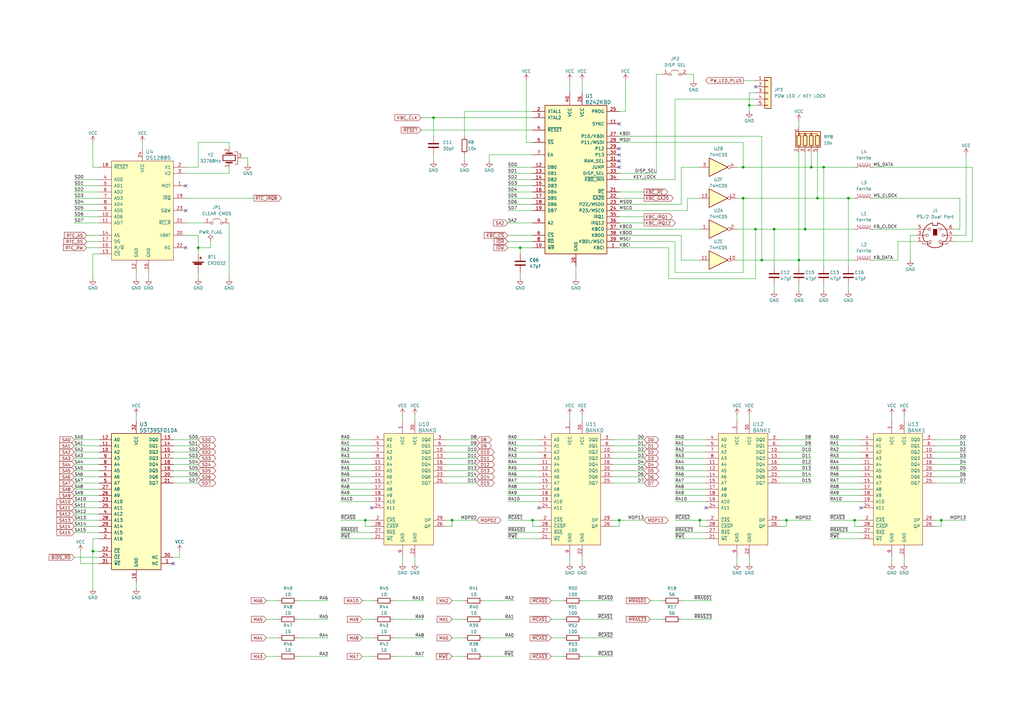
<source format=kicad_sch>
(kicad_sch (version 20211123) (generator eeschema)
  (paper "A3")
  (lib_symbols
    (symbol "74xx:74LS05" (pin_names (offset 1.016))
      (property "Reference" "U" (at 0 1.27 0))
      (property "Value" "74LS05" (at 0 -1.27 0))
      (symbol "74LS05_1_0"
        (pin input line (at -7.62 0 0) (length 3.81) (name "~") (number "1"))
        (pin open_collector inverted (at 7.62 0 180) (length 3.81) (name "~") (number "2"))
      )
      (symbol "74LS05_2_0"
        (pin input line (at -7.62 0 0) (length 3.81) (name "~") (number "3"))
        (pin open_collector inverted (at 7.62 0 180) (length 3.81) (name "~") (number "4"))
      )
      (symbol "74LS05_3_0"
        (pin input line (at -7.62 0 0) (length 3.81) (name "~") (number "5"))
        (pin open_collector inverted (at 7.62 0 180) (length 3.81) (name "~") (number "6"))
      )
      (symbol "74LS05_4_0"
        (pin open_collector inverted (at 7.62 0 180) (length 3.81) (name "~") (number "8"))
        (pin input line (at -7.62 0 0) (length 3.81) (name "~") (number "9"))
      )
      (symbol "74LS05_5_0"
        (pin open_collector inverted (at 7.62 0 180) (length 3.81) (name "~") (number "10"))
        (pin input line (at -7.62 0 0) (length 3.81) (name "~") (number "11"))
      )
      (symbol "74LS05_6_0"
        (pin open_collector inverted (at 7.62 0 180) (length 3.81) (name "~") (number "12"))
        (pin input line (at -7.62 0 0) (length 3.81) (name "~") (number "13"))
      )
      (symbol "74LS05_7_0"
        (pin power_in line (at 0 12.7 270) (length 5.08) (name "VCC") (number "14"))
        (pin power_in line (at 0 -12.7 90) (length 5.08) (name "GND") (number "7"))
      )
    )
    (symbol "Connector:Mini-DIN-6" (pin_names (offset 1.016))
      (property "Reference" "J" (at 0 6.35 0))
      (property "Value" "Mini-DIN-6" (at 0 -6.35 0))
      (symbol "Mini-DIN-6_1_1"
        (pin passive line (at 7.62 -2.54 180) (length 2.54) (name "~") (number "1"))
        (pin passive line (at -7.62 -2.54 0) (length 2.54) (name "~") (number "2"))
        (pin passive line (at 7.62 0 180) (length 2.54) (name "~") (number "3"))
        (pin passive line (at -7.62 0 0) (length 2.54) (name "~") (number "4"))
        (pin passive line (at 7.62 2.54 180) (length 2.54) (name "~") (number "5"))
        (pin passive line (at -7.62 2.54 0) (length 2.54) (name "~") (number "6"))
      )
    )
    (symbol "Connector_Generic:Conn_01x05" (pin_names (offset 1.016) hide)
      (property "Reference" "J" (at 0 7.62 0))
      (property "Value" "Conn_01x05" (at 0 -7.62 0))
      (symbol "Conn_01x05_1_1"
        (pin passive line (at -5.08 5.08 0) (length 3.81) (name "Pin_1") (number "1"))
        (pin passive line (at -5.08 2.54 0) (length 3.81) (name "Pin_2") (number "2"))
        (pin passive line (at -5.08 0 0) (length 3.81) (name "Pin_3") (number "3"))
        (pin passive line (at -5.08 -2.54 0) (length 3.81) (name "Pin_4") (number "4"))
        (pin passive line (at -5.08 -5.08 0) (length 3.81) (name "Pin_5") (number "5"))
      )
    )
    (symbol "Device:Battery_Cell" (pin_numbers hide) (pin_names (offset 0) hide)
      (property "Reference" "BT" (at 2.54 2.54 0))
      (property "Value" "Battery_Cell" (at 2.54 0 0))
      (symbol "Battery_Cell_1_1"
        (pin passive line (at 0 5.08 270) (length 2.54) (name "+") (number "1"))
        (pin passive line (at 0 -2.54 90) (length 2.54) (name "-") (number "2"))
      )
    )
    (symbol "Device:C" (pin_numbers hide) (pin_names (offset 0.254))
      (property "Reference" "C" (at 0.635 2.54 0))
      (property "Value" "C" (at 0.635 -2.54 0))
      (symbol "C_1_1"
        (pin passive line (at 0 3.81 270) (length 2.794) (name "~") (number "1"))
        (pin passive line (at 0 -3.81 90) (length 2.794) (name "~") (number "2"))
      )
    )
    (symbol "Device:Crystal_GND3" (pin_names (offset 1.016) hide)
      (property "Reference" "Y" (at 0 5.715 0))
      (property "Value" "Crystal_GND3" (at 0 3.81 0))
      (symbol "Crystal_GND3_1_1"
        (pin passive line (at -3.81 0 0) (length 1.27) (name "1") (number "1"))
        (pin passive line (at 3.81 0 180) (length 1.27) (name "2") (number "2"))
        (pin passive line (at 0 -5.08 90) (length 1.27) (name "3") (number "3"))
      )
    )
    (symbol "Device:L_Ferrite" (pin_numbers hide) (pin_names (offset 1.016) hide)
      (property "Reference" "L" (at -1.27 0 90))
      (property "Value" "L_Ferrite" (at 2.794 0 90))
      (symbol "L_Ferrite_1_1"
        (pin passive line (at 0 3.81 270) (length 1.27) (name "1") (number "1"))
        (pin passive line (at 0 -3.81 90) (length 1.27) (name "2") (number "2"))
      )
    )
    (symbol "Device:R" (pin_numbers hide) (pin_names (offset 0))
      (property "Reference" "R" (at 2.032 0 90))
      (property "Value" "R" (at 0 0 90))
      (symbol "R_1_1"
        (pin passive line (at 0 3.81 270) (length 1.27) (name "~") (number "1"))
        (pin passive line (at 0 -3.81 90) (length 1.27) (name "~") (number "2"))
      )
    )
    (symbol "Device:R_Network04" (pin_names (offset 0) hide)
      (property "Reference" "RN" (at -7.62 0 90))
      (property "Value" "R_Network04" (at 5.08 0 90))
      (symbol "R_Network04_1_1"
        (pin passive line (at -5.08 5.08 270) (length 2.54) (name "common") (number "1"))
        (pin passive line (at -5.08 -5.08 90) (length 1.27) (name "R1") (number "2"))
        (pin passive line (at -2.54 -5.08 90) (length 1.27) (name "R2") (number "3"))
        (pin passive line (at 0 -5.08 90) (length 1.27) (name "R3") (number "4"))
        (pin passive line (at 2.54 -5.08 90) (length 1.27) (name "R4") (number "5"))
      )
    )
    (symbol "Jumper:Jumper_2_Open" (pin_names (offset 0) hide)
      (property "Reference" "JP" (at 0 2.794 0))
      (property "Value" "Jumper_2_Open" (at 0 -2.286 0))
      (symbol "Jumper_2_Open_1_1"
        (pin passive line (at -5.08 0 0) (length 2.54) (name "A") (number "1"))
        (pin passive line (at 5.08 0 180) (length 2.54) (name "B") (number "2"))
      )
    )
    (symbol "my_components:8242KBD" (pin_names (offset 1.016))
      (property "Reference" "U" (at -12.7 34.29 0))
      (property "Value" "8242KBD" (at -12.7 31.75 0))
      (symbol "8242KBD_1_1"
        (pin input line (at 17.78 -27.94 180) (length 5.08) (name "KBCI") (number "1"))
        (pin input line (at -17.78 -27.94 0) (length 5.08) (name "~{WR}") (number "10"))
        (pin output line (at 17.78 22.86 180) (length 5.08) (name "SYNC") (number "11"))
        (pin tri_state line (at -17.78 5.08 0) (length 5.08) (name "DB0") (number "12"))
        (pin tri_state line (at -17.78 2.54 0) (length 5.08) (name "DB1") (number "13"))
        (pin tri_state line (at -17.78 0 0) (length 5.08) (name "DB2") (number "14"))
        (pin tri_state line (at -17.78 -2.54 0) (length 5.08) (name "DB3") (number "15"))
        (pin tri_state line (at -17.78 -5.08 0) (length 5.08) (name "DB4") (number "16"))
        (pin tri_state line (at -17.78 -7.62 0) (length 5.08) (name "DB5") (number "17"))
        (pin tri_state line (at -17.78 -10.16 0) (length 5.08) (name "DB6") (number "18"))
        (pin tri_state line (at -17.78 -12.7 0) (length 5.08) (name "DB7") (number "19"))
        (pin input line (at -17.78 27.94 0) (length 5.08) (name "XTAL1") (number "2"))
        (pin power_in line (at 0 -35.56 90) (length 5.08) (name "GND") (number "20"))
        (pin output line (at 17.78 -5.08 180) (length 5.08) (name "~{RC}") (number "21"))
        (pin output line (at 17.78 -7.62 180) (length 5.08) (name "~{GA20}") (number "22"))
        (pin output line (at 17.78 -10.16 180) (length 5.08) (name "P22/MSDO") (number "23"))
        (pin output line (at 17.78 -12.7 180) (length 5.08) (name "P23/MSCO") (number "24"))
        (pin input line (at 17.78 27.94 180) (length 5.08) (name "PROG") (number "25"))
        (pin power_in line (at 2.54 35.56 270) (length 5.08) (name "VCC") (number "26"))
        (pin input line (at 17.78 17.78 180) (length 5.08) (name "P10/KBDI") (number "27"))
        (pin input line (at 17.78 15.24 180) (length 5.08) (name "P11/MSDI") (number "28"))
        (pin bidirectional line (at 17.78 12.7 180) (length 5.08) (name "P12") (number "29"))
        (pin input line (at -17.78 25.4 0) (length 5.08) (name "XTAL2") (number "3"))
        (pin bidirectional line (at 17.78 10.16 180) (length 5.08) (name "P13") (number "30"))
        (pin input line (at 17.78 7.62 180) (length 5.08) (name "RAM_SEL") (number "31"))
        (pin input line (at 17.78 5.08 180) (length 5.08) (name "JUMP") (number "32"))
        (pin input line (at 17.78 2.54 180) (length 5.08) (name "DISP_SEL") (number "33"))
        (pin input line (at 17.78 0 180) (length 5.08) (name "~{KBD_INH}") (number "34"))
        (pin output line (at 17.78 -15.24 180) (length 5.08) (name "IRQ1") (number "35"))
        (pin output line (at 17.78 -17.78 180) (length 5.08) (name "IRQ12") (number "36"))
        (pin output line (at 17.78 -20.32 180) (length 5.08) (name "KBCO") (number "37"))
        (pin output line (at 17.78 -22.86 180) (length 5.08) (name "KBDO") (number "38"))
        (pin input line (at 17.78 -25.4 180) (length 5.08) (name "KBDI/MSCI") (number "39"))
        (pin input line (at -17.78 20.32 0) (length 5.08) (name "~{RESET}") (number "4"))
        (pin power_in line (at -2.54 35.56 270) (length 5.08) (name "VCC") (number "40"))
        (pin input line (at -17.78 15.24 0) (length 5.08) (name "~{SS}") (number "5"))
        (pin input line (at -17.78 -22.86 0) (length 5.08) (name "~{CS}") (number "6"))
        (pin input line (at -17.78 10.16 0) (length 5.08) (name "EA") (number "7"))
        (pin input line (at -17.78 -25.4 0) (length 5.08) (name "~{RD}") (number "8"))
        (pin input line (at -17.78 -17.78 0) (length 5.08) (name "A2") (number "9"))
      )
    )
    (symbol "my_components:Conn_SIMM30" (pin_names (offset 1.016))
      (property "Reference" "J" (at -11.43 26.67 0))
      (property "Value" "Conn_SIMM30" (at -11.43 24.13 0))
      (symbol "Conn_SIMM30_1_1"
        (pin power_in line (at -2.54 27.94 270) (length 5.08) (name "VCC") (number "1"))
        (pin tri_state line (at 15.24 15.24 180) (length 5.08) (name "DQ2") (number "10"))
        (pin input line (at -15.24 10.16 0) (length 5.08) (name "A4") (number "11"))
        (pin input line (at -15.24 7.62 0) (length 5.08) (name "A5") (number "12"))
        (pin tri_state line (at 15.24 12.7 180) (length 5.08) (name "DQ3") (number "13"))
        (pin input line (at -15.24 5.08 0) (length 5.08) (name "A6") (number "14"))
        (pin input line (at -15.24 2.54 0) (length 5.08) (name "A7") (number "15"))
        (pin tri_state line (at 15.24 10.16 180) (length 5.08) (name "DQ4") (number "16"))
        (pin input line (at -15.24 0 0) (length 5.08) (name "A8") (number "17"))
        (pin input line (at -15.24 -2.54 0) (length 5.08) (name "A9") (number "18"))
        (pin input line (at -15.24 -5.08 0) (length 5.08) (name "A10") (number "19"))
        (pin input line (at -15.24 -12.7 0) (length 5.08) (name "~{CAS}") (number "2"))
        (pin tri_state line (at 15.24 7.62 180) (length 5.08) (name "DQ5") (number "20"))
        (pin input line (at -15.24 -20.32 0) (length 5.08) (name "~{WE}") (number "21"))
        (pin power_in line (at 2.54 -27.94 90) (length 5.08) (name "GND") (number "22"))
        (pin tri_state line (at 15.24 5.08 180) (length 5.08) (name "DQ6") (number "23"))
        (pin input line (at -15.24 -7.62 0) (length 5.08) (name "A11") (number "24"))
        (pin tri_state line (at 15.24 2.54 180) (length 5.08) (name "DQ7") (number "25"))
        (pin tri_state line (at 15.24 -15.24 180) (length 5.08) (name "QP") (number "26"))
        (pin input line (at -15.24 -17.78 0) (length 5.08) (name "~{RAS}") (number "27"))
        (pin input line (at -15.24 -15.24 0) (length 5.08) (name "~{CASP}") (number "28"))
        (pin input line (at 15.24 -12.7 180) (length 5.08) (name "DP") (number "29"))
        (pin tri_state line (at 15.24 20.32 180) (length 5.08) (name "DQ0") (number "3"))
        (pin power_in line (at 2.54 27.94 270) (length 5.08) (name "VCC") (number "30"))
        (pin input line (at -15.24 20.32 0) (length 5.08) (name "A0") (number "4"))
        (pin input line (at -15.24 17.78 0) (length 5.08) (name "A1") (number "5"))
        (pin tri_state line (at 15.24 17.78 180) (length 5.08) (name "DQ1") (number "6"))
        (pin input line (at -15.24 15.24 0) (length 5.08) (name "A2") (number "7"))
        (pin input line (at -15.24 12.7 0) (length 5.08) (name "A3") (number "8"))
        (pin power_in line (at -2.54 -27.94 90) (length 5.08) (name "GND") (number "9"))
      )
    )
    (symbol "my_components:DS12885" (pin_names (offset 1.016))
      (property "Reference" "U" (at -12.7 22.86 0))
      (property "Value" "DS12885" (at -12.7 20.32 0))
      (symbol "DS12885_1_1"
        (pin input line (at 17.78 8.89 180) (length 5.08) (name "MOT") (number "1"))
        (pin bidirectional line (at -17.78 -3.81 0) (length 5.08) (name "AD6") (number "10"))
        (pin bidirectional line (at -17.78 -6.35 0) (length 5.08) (name "AD7") (number "11"))
        (pin power_in line (at -2.54 -26.67 90) (length 5.08) (name "GND") (number "12"))
        (pin input line (at -17.78 -19.05 0) (length 5.08) (name "~{CS}") (number "13"))
        (pin input line (at -17.78 -11.43 0) (length 5.08) (name "AS") (number "14"))
        (pin input line (at -17.78 -16.51 0) (length 5.08) (name "R/~{W}") (number "15"))
        (pin power_in line (at 2.54 -26.67 90) (length 5.08) (name "GND") (number "16"))
        (pin input line (at -17.78 -13.97 0) (length 5.08) (name "DS") (number "17"))
        (pin input line (at -17.78 16.51 0) (length 5.08) (name "~{RESET}") (number "18"))
        (pin output line (at 17.78 3.81 180) (length 5.08) (name "~{IRQ}") (number "19"))
        (pin input line (at 17.78 16.51 180) (length 5.08) (name "X1") (number "2"))
        (pin power_in line (at 17.78 -11.43 180) (length 5.08) (name "VBAT") (number "20"))
        (pin input line (at 17.78 -6.35 180) (length 5.08) (name "~{RCLR}") (number "21"))
        (pin input line (at 17.78 -16.51 180) (length 5.08) (name "NC") (number "22"))
        (pin input line (at 17.78 -1.27 180) (length 5.08) (name "SQW") (number "23"))
        (pin power_in line (at 0 24.13 270) (length 5.08) (name "VCC") (number "24"))
        (pin input line (at 17.78 13.97 180) (length 5.08) (name "X2") (number "3"))
        (pin bidirectional line (at -17.78 11.43 0) (length 5.08) (name "AD0") (number "4"))
        (pin bidirectional line (at -17.78 8.89 0) (length 5.08) (name "AD1") (number "5"))
        (pin bidirectional line (at -17.78 6.35 0) (length 5.08) (name "AD2") (number "6"))
        (pin bidirectional line (at -17.78 3.81 0) (length 5.08) (name "AD3") (number "7"))
        (pin bidirectional line (at -17.78 1.27 0) (length 5.08) (name "AD4") (number "8"))
        (pin bidirectional line (at -17.78 -1.27 0) (length 5.08) (name "AD5") (number "9"))
      )
    )
    (symbol "my_components:SST39SF010A" (pin_names (offset 1.016))
      (property "Reference" "U" (at -10.16 31.75 0))
      (property "Value" "SST39SF010A" (at -10.16 29.21 0))
      (symbol "SST39SF010A_1_1"
        (pin passive line (at 15.24 -25.4 180) (length 5.08) (name "NC") (number "1"))
        (pin input line (at -15.24 20.32 0) (length 5.08) (name "A2") (number "10"))
        (pin input line (at -15.24 22.86 0) (length 5.08) (name "A1") (number "11"))
        (pin input line (at -15.24 25.4 0) (length 5.08) (name "A0") (number "12"))
        (pin bidirectional line (at 15.24 25.4 180) (length 5.08) (name "DQ0") (number "13"))
        (pin bidirectional line (at 15.24 22.86 180) (length 5.08) (name "DQ1") (number "14"))
        (pin bidirectional line (at 15.24 20.32 180) (length 5.08) (name "DQ2") (number "15"))
        (pin power_in line (at 0 -33.02 90) (length 5.08) (name "GND") (number "16"))
        (pin bidirectional line (at 15.24 17.78 180) (length 5.08) (name "DQ3") (number "17"))
        (pin bidirectional line (at 15.24 15.24 180) (length 5.08) (name "DQ4") (number "18"))
        (pin bidirectional line (at 15.24 12.7 180) (length 5.08) (name "DQ5") (number "19"))
        (pin input line (at -15.24 -15.24 0) (length 5.08) (name "A16") (number "2"))
        (pin bidirectional line (at 15.24 10.16 180) (length 5.08) (name "DQ6") (number "20"))
        (pin bidirectional line (at 15.24 7.62 180) (length 5.08) (name "DQ7") (number "21"))
        (pin input line (at -15.24 -20.32 0) (length 5.08) (name "~{CE}") (number "22"))
        (pin input line (at -15.24 0 0) (length 5.08) (name "A10") (number "23"))
        (pin input line (at -15.24 -22.86 0) (length 5.08) (name "~{OE}") (number "24"))
        (pin input line (at -15.24 -2.54 0) (length 5.08) (name "A11") (number "25"))
        (pin input line (at -15.24 2.54 0) (length 5.08) (name "A9") (number "26"))
        (pin input line (at -15.24 5.08 0) (length 5.08) (name "A8") (number "27"))
        (pin input line (at -15.24 -7.62 0) (length 5.08) (name "A13") (number "28"))
        (pin input line (at -15.24 -10.16 0) (length 5.08) (name "A14") (number "29"))
        (pin input line (at -15.24 -12.7 0) (length 5.08) (name "A15") (number "3"))
        (pin passive line (at 15.24 -22.86 180) (length 5.08) (name "NC") (number "30"))
        (pin input line (at -15.24 -25.4 0) (length 5.08) (name "~{WE}") (number "31"))
        (pin power_in line (at 0 33.02 270) (length 5.08) (name "VCC") (number "32"))
        (pin input line (at -15.24 -5.08 0) (length 5.08) (name "A12") (number "4"))
        (pin input line (at -15.24 7.62 0) (length 5.08) (name "A7") (number "5"))
        (pin input line (at -15.24 10.16 0) (length 5.08) (name "A6") (number "6"))
        (pin input line (at -15.24 12.7 0) (length 5.08) (name "A5") (number "7"))
        (pin input line (at -15.24 15.24 0) (length 5.08) (name "A4") (number "8"))
        (pin input line (at -15.24 17.78 0) (length 5.08) (name "A3") (number "9"))
      )
    )
    (symbol "power:GND" (power) (pin_names (offset 0))
      (property "Value" "GND" (at 0 -3.81 0))
      (symbol "GND_1_1"
        (pin power_in line (at 0 0 270) (length 0) hide (name "GND") (number "1"))
      )
    )
    (symbol "power:PWR_FLAG" (power) (pin_numbers hide) (pin_names (offset 0) hide)
      (property "Value" "PWR_FLAG" (at 0 3.81 0))
      (symbol "PWR_FLAG_0_0"
        (pin power_out line (at 0 0 90) (length 0) (name "pwr") (number "1"))
      )
    )
    (symbol "power:VCC" (power) (pin_names (offset 0))
      (property "Value" "VCC" (at 0 3.81 0))
      (symbol "VCC_1_1"
        (pin power_in line (at 0 0 90) (length 0) hide (name "VCC") (number "1"))
      )
    )
  )
  (junction (at 327.66 106.68))
  (junction (at 177.8 48.26))
  (junction (at 38.1 226.06))
  (junction (at 330.2 93.98))
  (junction (at 309.88 93.98))
  (junction (at 307.34 43.18))
  (junction (at 254 213.36))
  (junction (at 312.42 106.68))
  (junction (at 185.42 213.36))
  (junction (at 304.8 81.28))
  (junction (at 213.36 101.6))
  (junction (at 304.8 68.58))
  (junction (at 81.28 101.6))
  (junction (at 332.74 68.58))
  (junction (at 350.52 213.36))
  (junction (at 386.08 213.36))
  (junction (at 335.28 81.28))
  (junction (at 287.02 213.36))
  (junction (at 347.98 81.28))
  (junction (at 218.44 213.36))
  (junction (at 322.58 213.36))
  (junction (at 337.82 68.58))
  (junction (at 149.86 213.36))
  (junction (at 317.5 93.98))
  (no_connect (at 76.2 101.6))
  (no_connect (at 289.56 208.28))
  (no_connect (at 353.06 208.28))
  (no_connect (at 76.2 86.36))
  (no_connect (at 76.2 76.2))
  (no_connect (at 152.4 208.28))
  (no_connect (at 71.12 231.14))
  (no_connect (at 309.88 35.56))
  (no_connect (at 254 50.8))
  (no_connect (at 254 68.58))
  (no_connect (at 254 66.04))
  (no_connect (at 254 63.5))
  (no_connect (at 254 60.96))
  (no_connect (at 220.98 208.28))
  (wire (pts (xy 317.5 116.84) (xy 317.5 119.38)))
  (wire (pts (xy 86.36 101.6) (xy 86.36 99.06)))
  (wire (pts (xy 76.2 71.12) (xy 93.98 71.12)))
  (wire (pts (xy 347.98 116.84) (xy 347.98 119.38)))
  (wire (pts (xy 172.72 53.34) (xy 218.44 53.34)))
  (wire (pts (xy 210.82 269.24) (xy 198.12 269.24)))
  (wire (pts (xy 38.1 220.98) (xy 38.1 226.06)))
  (wire (pts (xy 210.82 246.38) (xy 198.12 246.38)))
  (wire (pts (xy 148.59 254) (xy 153.67 254)))
  (wire (pts (xy 287.02 215.9) (xy 289.56 215.9)))
  (wire (pts (xy 30.48 203.2) (xy 40.64 203.2)))
  (wire (pts (xy 236.22 109.22) (xy 236.22 114.3)))
  (wire (pts (xy 391.16 96.52) (xy 396.24 96.52)))
  (wire (pts (xy 182.88 190.5) (xy 195.58 190.5)))
  (wire (pts (xy 340.36 193.04) (xy 353.06 193.04)))
  (wire (pts (xy 182.88 182.88) (xy 195.58 182.88)))
  (wire (pts (xy 30.48 185.42) (xy 40.64 185.42)))
  (wire (pts (xy 139.7 198.12) (xy 152.4 198.12)))
  (wire (pts (xy 251.46 195.58) (xy 264.16 195.58)))
  (wire (pts (xy 276.86 99.06) (xy 276.86 111.76)))
  (wire (pts (xy 254 88.9) (xy 264.16 88.9)))
  (wire (pts (xy 276.86 185.42) (xy 289.56 185.42)))
  (wire (pts (xy 218.44 215.9) (xy 220.98 215.9)))
  (wire (pts (xy 55.88 111.76) (xy 55.88 114.3)))
  (wire (pts (xy 73.66 226.06) (xy 73.66 228.6)))
  (wire (pts (xy 276.86 40.64) (xy 309.88 40.64)))
  (wire (pts (xy 307.34 38.1) (xy 307.34 43.18)))
  (wire (pts (xy 226.06 246.38) (xy 231.14 246.38)))
  (wire (pts (xy 30.48 187.96) (xy 40.64 187.96)))
  (wire (pts (xy 30.48 190.5) (xy 40.64 190.5)))
  (wire (pts (xy 383.54 180.34) (xy 396.24 180.34)))
  (wire (pts (xy 279.4 96.52) (xy 279.4 106.68)))
  (wire (pts (xy 322.58 215.9) (xy 322.58 213.36)))
  (wire (pts (xy 218.44 76.2) (xy 208.28 76.2)))
  (wire (pts (xy 340.36 200.66) (xy 353.06 200.66)))
  (wire (pts (xy 208.28 185.42) (xy 220.98 185.42)))
  (wire (pts (xy 76.2 68.58) (xy 81.28 68.58)))
  (wire (pts (xy 350.52 213.36) (xy 350.52 215.9)))
  (wire (pts (xy 398.78 99.06) (xy 391.16 99.06)))
  (wire (pts (xy 40.64 91.44) (xy 30.48 91.44)))
  (wire (pts (xy 340.36 220.98) (xy 353.06 220.98)))
  (wire (pts (xy 337.82 68.58) (xy 337.82 109.22)))
  (wire (pts (xy 40.64 83.82) (xy 30.48 83.82)))
  (wire (pts (xy 383.54 213.36) (xy 386.08 213.36)))
  (wire (pts (xy 35.56 101.6) (xy 40.64 101.6)))
  (wire (pts (xy 327.66 116.84) (xy 327.66 119.38)))
  (wire (pts (xy 302.26 170.18) (xy 302.26 172.72)))
  (wire (pts (xy 251.46 185.42) (xy 264.16 185.42)))
  (wire (pts (xy 279.4 68.58) (xy 287.02 68.58)))
  (wire (pts (xy 332.74 68.58) (xy 337.82 68.58)))
  (wire (pts (xy 226.06 261.62) (xy 231.14 261.62)))
  (wire (pts (xy 38.1 226.06) (xy 38.1 241.3)))
  (wire (pts (xy 304.8 68.58) (xy 302.26 68.58)))
  (wire (pts (xy 254 99.06) (xy 276.86 99.06)))
  (wire (pts (xy 330.2 62.23) (xy 330.2 93.98)))
  (wire (pts (xy 139.7 190.5) (xy 152.4 190.5)))
  (wire (pts (xy 320.04 198.12) (xy 332.74 198.12)))
  (wire (pts (xy 40.64 73.66) (xy 30.48 73.66)))
  (wire (pts (xy 40.64 68.58) (xy 38.1 68.58)))
  (wire (pts (xy 340.36 195.58) (xy 353.06 195.58)))
  (wire (pts (xy 327.66 49.53) (xy 327.66 52.07)))
  (wire (pts (xy 139.7 182.88) (xy 152.4 182.88)))
  (wire (pts (xy 35.56 99.06) (xy 40.64 99.06)))
  (wire (pts (xy 218.44 213.36) (xy 220.98 213.36)))
  (wire (pts (xy 276.86 182.88) (xy 289.56 182.88)))
  (wire (pts (xy 76.2 91.44) (xy 83.82 91.44)))
  (wire (pts (xy 254 91.44) (xy 264.16 91.44)))
  (wire (pts (xy 337.82 116.84) (xy 337.82 119.38)))
  (wire (pts (xy 165.1 228.6) (xy 165.1 231.14)))
  (wire (pts (xy 40.64 220.98) (xy 38.1 220.98)))
  (wire (pts (xy 173.99 261.62) (xy 161.29 261.62)))
  (wire (pts (xy 254 83.82) (xy 279.4 83.82)))
  (wire (pts (xy 218.44 86.36) (xy 208.28 86.36)))
  (wire (pts (xy 30.48 195.58) (xy 40.64 195.58)))
  (wire (pts (xy 173.99 269.24) (xy 161.29 269.24)))
  (wire (pts (xy 55.88 238.76) (xy 55.88 241.3)))
  (wire (pts (xy 30.48 213.36) (xy 40.64 213.36)))
  (wire (pts (xy 208.28 96.52) (xy 218.44 96.52)))
  (wire (pts (xy 208.28 195.58) (xy 220.98 195.58)))
  (wire (pts (xy 340.36 205.74) (xy 353.06 205.74)))
  (wire (pts (xy 335.28 62.23) (xy 335.28 81.28)))
  (wire (pts (xy 292.1 254) (xy 279.4 254)))
  (wire (pts (xy 370.84 170.18) (xy 370.84 172.72)))
  (wire (pts (xy 208.28 205.74) (xy 220.98 205.74)))
  (wire (pts (xy 185.42 261.62) (xy 190.5 261.62)))
  (wire (pts (xy 251.46 213.36) (xy 254 213.36)))
  (wire (pts (xy 71.12 193.04) (xy 81.28 193.04)))
  (wire (pts (xy 269.24 30.48) (xy 269.24 71.12)))
  (wire (pts (xy 320.04 193.04) (xy 332.74 193.04)))
  (wire (pts (xy 347.98 81.28) (xy 350.52 81.28)))
  (wire (pts (xy 233.68 170.18) (xy 233.68 172.72)))
  (wire (pts (xy 30.48 198.12) (xy 40.64 198.12)))
  (wire (pts (xy 340.36 180.34) (xy 353.06 180.34)))
  (wire (pts (xy 218.44 81.28) (xy 208.28 81.28)))
  (wire (pts (xy 292.1 246.38) (xy 279.4 246.38)))
  (wire (pts (xy 71.12 198.12) (xy 81.28 198.12)))
  (wire (pts (xy 218.44 71.12) (xy 208.28 71.12)))
  (wire (pts (xy 109.22 254) (xy 114.3 254)))
  (wire (pts (xy 40.64 76.2) (xy 30.48 76.2)))
  (wire (pts (xy 208.28 190.5) (xy 220.98 190.5)))
  (wire (pts (xy 71.12 180.34) (xy 81.28 180.34)))
  (wire (pts (xy 200.66 63.5) (xy 218.44 63.5)))
  (wire (pts (xy 347.98 81.28) (xy 347.98 109.22)))
  (wire (pts (xy 302.26 93.98) (xy 309.88 93.98)))
  (wire (pts (xy 30.48 210.82) (xy 40.64 210.82)))
  (wire (pts (xy 172.72 48.26) (xy 177.8 48.26)))
  (wire (pts (xy 340.36 185.42) (xy 353.06 185.42)))
  (wire (pts (xy 358.14 81.28) (xy 393.7 81.28)))
  (wire (pts (xy 251.46 182.88) (xy 264.16 182.88)))
  (wire (pts (xy 71.12 185.42) (xy 81.28 185.42)))
  (wire (pts (xy 81.28 96.52) (xy 81.28 101.6)))
  (wire (pts (xy 251.46 246.38) (xy 238.76 246.38)))
  (wire (pts (xy 60.96 111.76) (xy 60.96 114.3)))
  (wire (pts (xy 251.46 180.34) (xy 264.16 180.34)))
  (wire (pts (xy 276.86 205.74) (xy 289.56 205.74)))
  (wire (pts (xy 139.7 195.58) (xy 152.4 195.58)))
  (wire (pts (xy 149.86 213.36) (xy 152.4 213.36)))
  (wire (pts (xy 386.08 215.9) (xy 386.08 213.36)))
  (wire (pts (xy 233.68 33.02) (xy 233.68 38.1)))
  (wire (pts (xy 215.9 58.42) (xy 218.44 58.42)))
  (wire (pts (xy 276.86 187.96) (xy 289.56 187.96)))
  (wire (pts (xy 208.28 198.12) (xy 220.98 198.12)))
  (wire (pts (xy 330.2 93.98) (xy 350.52 93.98)))
  (wire (pts (xy 320.04 215.9) (xy 322.58 215.9)))
  (wire (pts (xy 254 215.9) (xy 251.46 215.9)))
  (wire (pts (xy 210.82 254) (xy 198.12 254)))
  (wire (pts (xy 279.4 106.68) (xy 287.02 106.68)))
  (wire (pts (xy 71.12 190.5) (xy 81.28 190.5)))
  (wire (pts (xy 148.59 246.38) (xy 153.67 246.38)))
  (wire (pts (xy 254 55.88) (xy 312.42 55.88)))
  (wire (pts (xy 340.36 198.12) (xy 353.06 198.12)))
  (wire (pts (xy 170.18 170.18) (xy 170.18 172.72)))
  (wire (pts (xy 340.36 203.2) (xy 353.06 203.2)))
  (wire (pts (xy 335.28 81.28) (xy 347.98 81.28)))
  (wire (pts (xy 185.42 213.36) (xy 195.58 213.36)))
  (wire (pts (xy 276.86 198.12) (xy 289.56 198.12)))
  (wire (pts (xy 134.62 254) (xy 121.92 254)))
  (wire (pts (xy 274.32 101.6) (xy 254 101.6)))
  (wire (pts (xy 309.88 93.98) (xy 317.5 93.98)))
  (wire (pts (xy 251.46 198.12) (xy 264.16 198.12)))
  (wire (pts (xy 99.06 64.77) (xy 101.6 64.77)))
  (wire (pts (xy 266.7 246.38) (xy 271.78 246.38)))
  (wire (pts (xy 139.7 193.04) (xy 152.4 193.04)))
  (wire (pts (xy 373.38 96.52) (xy 373.38 106.68)))
  (wire (pts (xy 173.99 246.38) (xy 161.29 246.38)))
  (wire (pts (xy 254 213.36) (xy 264.16 213.36)))
  (wire (pts (xy 182.88 193.04) (xy 195.58 193.04)))
  (wire (pts (xy 182.88 185.42) (xy 195.58 185.42)))
  (wire (pts (xy 139.7 187.96) (xy 152.4 187.96)))
  (wire (pts (xy 93.98 71.12) (xy 93.98 68.58)))
  (wire (pts (xy 208.28 220.98) (xy 220.98 220.98)))
  (wire (pts (xy 139.7 200.66) (xy 152.4 200.66)))
  (wire (pts (xy 30.48 200.66) (xy 40.64 200.66)))
  (wire (pts (xy 190.5 66.04) (xy 190.5 63.5)))
  (wire (pts (xy 208.28 180.34) (xy 220.98 180.34)))
  (wire (pts (xy 279.4 83.82) (xy 279.4 68.58)))
  (wire (pts (xy 309.88 93.98) (xy 309.88 114.3)))
  (wire (pts (xy 40.64 81.28) (xy 30.48 81.28)))
  (wire (pts (xy 383.54 198.12) (xy 396.24 198.12)))
  (wire (pts (xy 254 86.36) (xy 281.94 86.36)))
  (wire (pts (xy 182.88 180.34) (xy 195.58 180.34)))
  (wire (pts (xy 177.8 66.04) (xy 177.8 63.5)))
  (wire (pts (xy 109.22 246.38) (xy 114.3 246.38)))
  (wire (pts (xy 254 93.98) (xy 287.02 93.98)))
  (wire (pts (xy 254 73.66) (xy 276.86 73.66)))
  (wire (pts (xy 383.54 185.42) (xy 396.24 185.42)))
  (wire (pts (xy 233.68 228.6) (xy 233.68 231.14)))
  (wire (pts (xy 276.86 190.5) (xy 289.56 190.5)))
  (wire (pts (xy 71.12 195.58) (xy 81.28 195.58)))
  (wire (pts (xy 276.86 218.44) (xy 289.56 218.44)))
  (wire (pts (xy 200.66 63.5) (xy 200.66 66.04)))
  (wire (pts (xy 383.54 190.5) (xy 396.24 190.5)))
  (wire (pts (xy 148.59 261.62) (xy 153.67 261.62)))
  (wire (pts (xy 320.04 213.36) (xy 322.58 213.36)))
  (wire (pts (xy 185.42 254) (xy 190.5 254)))
  (wire (pts (xy 40.64 86.36) (xy 30.48 86.36)))
  (wire (pts (xy 254 96.52) (xy 279.4 96.52)))
  (wire (pts (xy 271.78 30.48) (xy 269.24 30.48)))
  (wire (pts (xy 251.46 193.04) (xy 264.16 193.04)))
  (wire (pts (xy 254 213.36) (xy 254 215.9)))
  (wire (pts (xy 276.86 200.66) (xy 289.56 200.66)))
  (wire (pts (xy 165.1 170.18) (xy 165.1 172.72)))
  (wire (pts (xy 139.7 213.36) (xy 149.86 213.36)))
  (wire (pts (xy 38.1 226.06) (xy 40.64 226.06)))
  (wire (pts (xy 350.52 213.36) (xy 353.06 213.36)))
  (wire (pts (xy 185.42 215.9) (xy 185.42 213.36)))
  (wire (pts (xy 81.28 101.6) (xy 81.28 104.14)))
  (wire (pts (xy 276.86 111.76) (xy 304.8 111.76)))
  (wire (pts (xy 38.1 58.42) (xy 38.1 68.58)))
  (wire (pts (xy 307.34 228.6) (xy 307.34 231.14)))
  (wire (pts (xy 190.5 55.88) (xy 190.5 45.72)))
  (wire (pts (xy 210.82 261.62) (xy 198.12 261.62)))
  (wire (pts (xy 383.54 182.88) (xy 396.24 182.88)))
  (wire (pts (xy 185.42 269.24) (xy 190.5 269.24)))
  (wire (pts (xy 327.66 106.68) (xy 327.66 109.22)))
  (wire (pts (xy 307.34 170.18) (xy 307.34 172.72)))
  (wire (pts (xy 182.88 215.9) (xy 185.42 215.9)))
  (wire (pts (xy 327.66 106.68) (xy 350.52 106.68)))
  (wire (pts (xy 208.28 91.44) (xy 218.44 91.44)))
  (wire (pts (xy 182.88 187.96) (xy 195.58 187.96)))
  (wire (pts (xy 332.74 62.23) (xy 332.74 68.58)))
  (wire (pts (xy 30.48 228.6) (xy 40.64 228.6)))
  (wire (pts (xy 375.92 96.52) (xy 373.38 96.52)))
  (wire (pts (xy 340.36 187.96) (xy 353.06 187.96)))
  (wire (pts (xy 309.88 114.3) (xy 274.32 114.3)))
  (wire (pts (xy 281.94 86.36) (xy 281.94 81.28)))
  (wire (pts (xy 340.36 213.36) (xy 350.52 213.36)))
  (wire (pts (xy 254 81.28) (xy 264.16 81.28)))
  (wire (pts (xy 215.9 33.02) (xy 215.9 58.42)))
  (wire (pts (xy 281.94 30.48) (xy 284.48 30.48)))
  (wire (pts (xy 383.54 193.04) (xy 396.24 193.04)))
  (wire (pts (xy 287.02 213.36) (xy 287.02 215.9)))
  (wire (pts (xy 182.88 198.12) (xy 195.58 198.12)))
  (wire (pts (xy 139.7 218.44) (xy 152.4 218.44)))
  (wire (pts (xy 40.64 88.9) (xy 30.48 88.9)))
  (wire (pts (xy 218.44 78.74) (xy 208.28 78.74)))
  (wire (pts (xy 30.48 215.9) (xy 40.64 215.9)))
  (wire (pts (xy 76.2 81.28) (xy 104.14 81.28)))
  (wire (pts (xy 213.36 101.6) (xy 218.44 101.6)))
  (wire (pts (xy 304.8 58.42) (xy 304.8 68.58)))
  (wire (pts (xy 139.7 203.2) (xy 152.4 203.2)))
  (wire (pts (xy 173.99 254) (xy 161.29 254)))
  (wire (pts (xy 350.52 215.9) (xy 353.06 215.9)))
  (wire (pts (xy 340.36 218.44) (xy 353.06 218.44)))
  (wire (pts (xy 185.42 246.38) (xy 190.5 246.38)))
  (wire (pts (xy 320.04 185.42) (xy 332.74 185.42)))
  (wire (pts (xy 304.8 33.02) (xy 309.88 33.02)))
  (wire (pts (xy 269.24 71.12) (xy 254 71.12)))
  (wire (pts (xy 276.86 193.04) (xy 289.56 193.04)))
  (wire (pts (xy 139.7 180.34) (xy 152.4 180.34)))
  (wire (pts (xy 365.76 228.6) (xy 365.76 231.14)))
  (wire (pts (xy 208.28 99.06) (xy 218.44 99.06)))
  (wire (pts (xy 337.82 68.58) (xy 350.52 68.58)))
  (wire (pts (xy 208.28 101.6) (xy 213.36 101.6)))
  (wire (pts (xy 251.46 187.96) (xy 264.16 187.96)))
  (wire (pts (xy 81.28 68.58) (xy 81.28 58.42)))
  (wire (pts (xy 368.3 106.68) (xy 368.3 99.06)))
  (wire (pts (xy 251.46 190.5) (xy 264.16 190.5)))
  (wire (pts (xy 30.48 208.28) (xy 40.64 208.28)))
  (wire (pts (xy 101.6 64.77) (xy 101.6 67.31)))
  (wire (pts (xy 281.94 81.28) (xy 287.02 81.28)))
  (wire (pts (xy 134.62 261.62) (xy 121.92 261.62)))
  (wire (pts (xy 358.14 106.68) (xy 368.3 106.68)))
  (wire (pts (xy 218.44 68.58) (xy 208.28 68.58)))
  (wire (pts (xy 208.28 218.44) (xy 220.98 218.44)))
  (wire (pts (xy 190.5 45.72) (xy 218.44 45.72)))
  (wire (pts (xy 218.44 73.66) (xy 208.28 73.66)))
  (wire (pts (xy 340.36 190.5) (xy 353.06 190.5)))
  (wire (pts (xy 383.54 195.58) (xy 396.24 195.58)))
  (wire (pts (xy 30.48 218.44) (xy 40.64 218.44)))
  (wire (pts (xy 238.76 33.02) (xy 238.76 38.1)))
  (wire (pts (xy 139.7 205.74) (xy 152.4 205.74)))
  (wire (pts (xy 251.46 269.24) (xy 238.76 269.24)))
  (wire (pts (xy 208.28 213.36) (xy 218.44 213.36)))
  (wire (pts (xy 30.48 182.88) (xy 40.64 182.88)))
  (wire (pts (xy 109.22 261.62) (xy 114.3 261.62)))
  (wire (pts (xy 358.14 93.98) (xy 375.92 93.98)))
  (wire (pts (xy 218.44 213.36) (xy 218.44 215.9)))
  (wire (pts (xy 71.12 228.6) (xy 73.66 228.6)))
  (wire (pts (xy 274.32 114.3) (xy 274.32 101.6)))
  (wire (pts (xy 213.36 101.6) (xy 213.36 104.14)))
  (wire (pts (xy 134.62 269.24) (xy 121.92 269.24)))
  (wire (pts (xy 276.86 195.58) (xy 289.56 195.58)))
  (wire (pts (xy 182.88 195.58) (xy 195.58 195.58)))
  (wire (pts (xy 71.12 187.96) (xy 81.28 187.96)))
  (wire (pts (xy 33.02 226.06) (xy 33.02 231.14)))
  (wire (pts (xy 226.06 254) (xy 231.14 254)))
  (wire (pts (xy 320.04 187.96) (xy 332.74 187.96)))
  (wire (pts (xy 309.88 38.1) (xy 307.34 38.1)))
  (wire (pts (xy 304.8 81.28) (xy 335.28 81.28)))
  (wire (pts (xy 327.66 62.23) (xy 327.66 106.68)))
  (wire (pts (xy 383.54 187.96) (xy 396.24 187.96)))
  (wire (pts (xy 251.46 261.62) (xy 238.76 261.62)))
  (wire (pts (xy 307.34 43.18) (xy 307.34 45.72)))
  (wire (pts (xy 81.28 101.6) (xy 86.36 101.6)))
  (wire (pts (xy 40.64 78.74) (xy 30.48 78.74)))
  (wire (pts (xy 317.5 93.98) (xy 330.2 93.98)))
  (wire (pts (xy 254 78.74) (xy 264.16 78.74)))
  (wire (pts (xy 213.36 114.3) (xy 213.36 111.76)))
  (wire (pts (xy 40.64 104.14) (xy 38.1 104.14)))
  (wire (pts (xy 307.34 43.18) (xy 309.88 43.18)))
  (wire (pts (xy 109.22 269.24) (xy 114.3 269.24)))
  (wire (pts (xy 266.7 254) (xy 271.78 254)))
  (wire (pts (xy 38.1 114.3) (xy 38.1 104.14)))
  (wire (pts (xy 170.18 228.6) (xy 170.18 231.14)))
  (wire (pts (xy 71.12 182.88) (xy 81.28 182.88)))
  (wire (pts (xy 276.86 220.98) (xy 289.56 220.98)))
  (wire (pts (xy 139.7 185.42) (xy 152.4 185.42)))
  (wire (pts (xy 365.76 170.18) (xy 365.76 172.72)))
  (wire (pts (xy 383.54 215.9) (xy 386.08 215.9)))
  (wire (pts (xy 81.28 58.42) (xy 93.98 58.42)))
  (wire (pts (xy 93.98 58.42) (xy 93.98 60.96)))
  (wire (pts (xy 320.04 195.58) (xy 332.74 195.58)))
  (wire (pts (xy 139.7 220.98) (xy 152.4 220.98)))
  (wire (pts (xy 276.86 213.36) (xy 287.02 213.36)))
  (wire (pts (xy 276.86 180.34) (xy 289.56 180.34)))
  (wire (pts (xy 81.28 111.76) (xy 81.28 114.3)))
  (wire (pts (xy 208.28 200.66) (xy 220.98 200.66)))
  (wire (pts (xy 287.02 213.36) (xy 289.56 213.36)))
  (wire (pts (xy 340.36 182.88) (xy 353.06 182.88)))
  (wire (pts (xy 312.42 106.68) (xy 327.66 106.68)))
  (wire (pts (xy 218.44 83.82) (xy 208.28 83.82)))
  (wire (pts (xy 320.04 190.5) (xy 332.74 190.5)))
  (wire (pts (xy 386.08 213.36) (xy 396.24 213.36)))
  (wire (pts (xy 358.14 68.58) (xy 398.78 68.58)))
  (wire (pts (xy 58.42 58.42) (xy 58.42 60.96)))
  (wire (pts (xy 320.04 182.88) (xy 332.74 182.88)))
  (wire (pts (xy 304.8 81.28) (xy 302.26 81.28)))
  (wire (pts (xy 55.88 170.18) (xy 55.88 172.72)))
  (wire (pts (xy 396.24 63.5) (xy 396.24 96.52)))
  (wire (pts (xy 177.8 48.26) (xy 218.44 48.26)))
  (wire (pts (xy 30.48 180.34) (xy 40.64 180.34)))
  (wire (pts (xy 398.78 68.58) (xy 398.78 99.06)))
  (wire (pts (xy 76.2 96.52) (xy 81.28 96.52)))
  (wire (pts (xy 208.28 182.88) (xy 220.98 182.88)))
  (wire (pts (xy 208.28 187.96) (xy 220.98 187.96)))
  (wire (pts (xy 276.86 203.2) (xy 289.56 203.2)))
  (wire (pts (xy 317.5 93.98) (xy 317.5 109.22)))
  (wire (pts (xy 304.8 81.28) (xy 304.8 111.76)))
  (wire (pts (xy 304.8 68.58) (xy 332.74 68.58)))
  (wire (pts (xy 251.46 254) (xy 238.76 254)))
  (wire (pts (xy 320.04 180.34) (xy 332.74 180.34)))
  (wire (pts (xy 30.48 205.74) (xy 40.64 205.74)))
  (wire (pts (xy 256.54 33.02) (xy 256.54 45.72)))
  (wire (pts (xy 370.84 228.6) (xy 370.84 231.14)))
  (wire (pts (xy 208.28 193.04) (xy 220.98 193.04)))
  (wire (pts (xy 302.26 228.6) (xy 302.26 231.14)))
  (wire (pts (xy 322.58 213.36) (xy 332.74 213.36)))
  (wire (pts (xy 254 58.42) (xy 304.8 58.42)))
  (wire (pts (xy 276.86 73.66) (xy 276.86 40.64)))
  (wire (pts (xy 40.64 231.14) (xy 33.02 231.14)))
  (wire (pts (xy 149.86 213.36) (xy 149.86 215.9)))
  (wire (pts (xy 208.28 203.2) (xy 220.98 203.2)))
  (wire (pts (xy 30.48 193.04) (xy 40.64 193.04)))
  (wire (pts (xy 238.76 228.6) (xy 238.76 231.14)))
  (wire (pts (xy 393.7 93.98) (xy 391.16 93.98)))
  (wire (pts (xy 284.48 30.48) (xy 284.48 33.02)))
  (wire (pts (xy 134.62 246.38) (xy 121.92 246.38)))
  (wire (pts (xy 238.76 170.18) (xy 238.76 172.72)))
  (wire (pts (xy 368.3 99.06) (xy 375.92 99.06)))
  (wire (pts (xy 256.54 45.72) (xy 254 45.72)))
  (wire (pts (xy 93.98 91.44) (xy 93.98 114.3)))
  (wire (pts (xy 177.8 48.26) (xy 177.8 55.88)))
  (wire (pts (xy 35.56 96.52) (xy 40.64 96.52)))
  (wire (pts (xy 302.26 106.68) (xy 312.42 106.68)))
  (wire (pts (xy 148.59 269.24) (xy 153.67 269.24)))
  (wire (pts (xy 226.06 269.24) (xy 231.14 269.24)))
  (wire (pts (xy 149.86 215.9) (xy 152.4 215.9)))
  (wire (pts (xy 182.88 213.36) (xy 185.42 213.36)))
  (wire (pts (xy 393.7 81.28) (xy 393.7 93.98)))
  (wire (pts (xy 312.42 55.88) (xy 312.42 106.68)))
  (label "D12" (at 332.74 190.5 180))
  (label "KBCO" (at 254 93.98 0))
  (label "RA6" (at 208.28 195.58 0))
  (label "RA2" (at 210.82 246.38 180))
  (label "RA9" (at 173.99 254 180))
  (label "RA5" (at 340.36 193.04 0))
  (label "RA10" (at 340.36 205.74 0))
  (label "RA9" (at 208.28 203.2 0))
  (label "D2" (at 264.16 185.42 180))
  (label "RA7" (at 340.36 198.12 0))
  (label "D9" (at 195.58 182.88 180))
  (label "SA14" (at 30.48 215.9 0))
  (label "SD0" (at 81.28 180.34 180))
  (label "RA5" (at 134.62 254 180))
  (label "D10" (at 332.74 185.42 180))
  (label "RA3" (at 276.86 187.96 0))
  (label "RA10" (at 276.86 205.74 0))
  (label "SD3" (at 81.28 187.96 180))
  (label "RA7" (at 173.99 269.24 180))
  (label "RA1" (at 340.36 182.88 0))
  (label "D14" (at 332.74 195.58 180))
  (label "~{RRAS23}" (at 276.86 218.44 0))
  (label "RA8" (at 173.99 261.62 180))
  (label "SA1" (at 30.48 182.88 0))
  (label "KBDI" (at 254 55.88 0))
  (label "RA1" (at 210.82 254 180))
  (label "RA7" (at 208.28 198.12 0))
  (label "RA5" (at 208.28 193.04 0))
  (label "~{RRAS01}" (at 208.28 218.44 0))
  (label "RA10" (at 173.99 246.38 180))
  (label "SD2" (at 81.28 185.42 180))
  (label "SD7" (at 30.48 91.44 0))
  (label "D9" (at 332.74 182.88 180))
  (label "RA0" (at 208.28 180.34 0))
  (label "MDP02" (at 332.74 213.36 180))
  (label "SA2" (at 30.48 185.42 0))
  (label "RA6" (at 340.36 195.58 0))
  (label "MDP02" (at 195.58 213.36 180))
  (label "MDP13" (at 264.16 213.36 180))
  (label "RA10" (at 139.7 205.74 0))
  (label "RA4" (at 134.62 261.62 180))
  (label "D0" (at 264.16 180.34 180))
  (label "SA12" (at 30.48 210.82 0))
  (label "SA10" (at 30.48 205.74 0))
  (label "~{RCAS3}" (at 251.46 269.24 180))
  (label "RA2" (at 340.36 185.42 0))
  (label "~{RCAS0}" (at 139.7 213.36 0))
  (label "D15" (at 195.58 198.12 180))
  (label "SD6" (at 208.28 83.82 0))
  (label "RA9" (at 340.36 203.2 0))
  (label "RA3" (at 340.36 187.96 0))
  (label "SD5" (at 30.48 86.36 0))
  (label "~{RCAS0}" (at 251.46 246.38 180))
  (label "RA8" (at 276.86 200.66 0))
  (label "MS_CLOCK" (at 358.14 81.28 0))
  (label "~{RCAS1}" (at 251.46 254 180))
  (label "RA0" (at 276.86 180.34 0))
  (label "RA6" (at 139.7 195.58 0))
  (label "MSC0" (at 254 86.36 0))
  (label "SA15" (at 30.48 218.44 0))
  (label "~{RWE}" (at 210.82 269.24 180))
  (label "SD4" (at 208.28 78.74 0))
  (label "KB_CLOCK" (at 358.14 93.98 0))
  (label "RA0" (at 340.36 180.34 0))
  (label "SD7" (at 208.28 86.36 0))
  (label "D11" (at 195.58 187.96 180))
  (label "RA7" (at 139.7 198.12 0))
  (label "RA2" (at 208.28 185.42 0))
  (label "~{RRAS23}" (at 292.1 254 180))
  (label "SA2" (at 208.28 91.44 0))
  (label "RA1" (at 208.28 182.88 0))
  (label "D15" (at 332.74 198.12 180))
  (label "SD0" (at 208.28 68.58 0))
  (label "RA9" (at 276.86 203.2 0))
  (label "MS_DATA" (at 358.14 68.58 0))
  (label "D1" (at 396.24 182.88 180))
  (label "SA8" (at 30.48 200.66 0))
  (label "RA10" (at 208.28 205.74 0))
  (label "~{RCAS2}" (at 251.46 261.62 180))
  (label "SD1" (at 30.48 76.2 0))
  (label "~{RCAS3}" (at 340.36 213.36 0))
  (label "~{RWE}" (at 208.28 220.98 0))
  (label "D1" (at 264.16 182.88 180))
  (label "~{RRAS01}" (at 139.7 218.44 0))
  (label "SA6" (at 30.48 195.58 0))
  (label "RA3" (at 139.7 187.96 0))
  (label "SD3" (at 30.48 81.28 0))
  (label "D6" (at 396.24 195.58 180))
  (label "SA11" (at 30.48 208.28 0))
  (label "RA5" (at 139.7 193.04 0))
  (label "SD3" (at 208.28 76.2 0))
  (label "SD6" (at 30.48 88.9 0))
  (label "D8" (at 195.58 180.34 180))
  (label "KEY_LOCK" (at 269.24 73.66 180))
  (label "D4" (at 264.16 190.5 180))
  (label "D2" (at 396.24 185.42 180))
  (label "RA1" (at 276.86 182.88 0))
  (label "RA4" (at 276.86 190.5 0))
  (label "RA8" (at 208.28 200.66 0))
  (label "SA4" (at 30.48 190.5 0))
  (label "D5" (at 264.16 193.04 180))
  (label "KB_DATA" (at 358.14 106.68 0))
  (label "D3" (at 264.16 187.96 180))
  (label "SD6" (at 81.28 195.58 180))
  (label "SA5" (at 30.48 193.04 0))
  (label "SD7" (at 81.28 198.12 180))
  (label "SA13" (at 30.48 213.36 0))
  (label "SD5" (at 208.28 81.28 0))
  (label "SA0" (at 30.48 180.34 0))
  (label "KBDO" (at 254 96.52 0))
  (label "RA8" (at 139.7 200.66 0))
  (label "~{RCAS2}" (at 276.86 213.36 0))
  (label "KBCI" (at 254 101.6 0))
  (label "RA8" (at 340.36 200.66 0))
  (label "SD4" (at 30.48 83.82 0))
  (label "MSDI" (at 254 58.42 0))
  (label "SD4" (at 81.28 190.5 180))
  (label "~{RRAS23}" (at 340.36 218.44 0))
  (label "MDP13" (at 396.24 213.36 180))
  (label "~{RWE}" (at 139.7 220.98 0))
  (label "RA0" (at 139.7 180.34 0))
  (label "RA0" (at 210.82 261.62 180))
  (label "MSCI" (at 254 99.06 0))
  (label "SD2" (at 208.28 73.66 0))
  (label "SD5" (at 81.28 193.04 180))
  (label "~{RWE}" (at 340.36 220.98 0))
  (label "D4" (at 396.24 190.5 180))
  (label "SD0" (at 30.48 73.66 0))
  (label "RA4" (at 208.28 190.5 0))
  (label "SD2" (at 30.48 78.74 0))
  (label "RA9" (at 139.7 203.2 0))
  (label "D13" (at 332.74 193.04 180))
  (label "~{RRAS01}" (at 292.1 246.38 180))
  (label "~{RCAS1}" (at 208.28 213.36 0))
  (label "RA3" (at 208.28 187.96 0))
  (label "SD1" (at 81.28 182.88 180))
  (label "MSD0" (at 254 83.82 0))
  (label "RA6" (at 134.62 246.38 180))
  (label "D11" (at 332.74 187.96 180))
  (label "RA4" (at 139.7 190.5 0))
  (label "D6" (at 264.16 195.58 180))
  (label "RA7" (at 276.86 198.12 0))
  (label "D0" (at 396.24 180.34 180))
  (label "D12" (at 195.58 190.5 180))
  (label "DISP_SEL" (at 269.24 71.12 180))
  (label "RA1" (at 139.7 182.88 0))
  (label "SA9" (at 30.48 203.2 0))
  (label "D10" (at 195.58 185.42 180))
  (label "RA4" (at 340.36 190.5 0))
  (label "RA6" (at 276.86 195.58 0))
  (label "D5" (at 396.24 193.04 180))
  (label "SA3" (at 30.48 187.96 0))
  (label "~{RWE}" (at 276.86 220.98 0))
  (label "D14" (at 195.58 195.58 180))
  (label "D3" (at 396.24 187.96 180))
  (label "RA3" (at 134.62 269.24 180))
  (label "D13" (at 195.58 193.04 180))
  (label "D8" (at 332.74 180.34 180))
  (label "SA7" (at 30.48 198.12 0))
  (label "RA2" (at 139.7 185.42 0))
  (label "D7" (at 396.24 198.12 180))
  (label "RA5" (at 276.86 193.04 0))
  (label "SD1" (at 208.28 71.12 0))
  (label "RA2" (at 276.86 185.42 0))
  (label "D7" (at 264.16 198.12 180))
  (global_label "SD5" (shape tri_state) (at 81.28 193.04 0) (property "Intersheet References" "${INTERSHEET_REFS}" (effects hide)))
  (global_label "~{MRAS01}" (shape input) (at 266.7 246.38 180) (property "Intersheet References" "${INTERSHEET_REFS}" (effects hide)))
  (global_label "D15" (shape tri_state) (at 195.58 198.12 0) (property "Intersheet References" "${INTERSHEET_REFS}" (effects hide)))
  (global_label "~{RESET}" (shape input) (at 172.72 53.34 180) (property "Intersheet References" "${INTERSHEET_REFS}" (effects hide)))
  (global_label "D9" (shape tri_state) (at 195.58 182.88 0) (property "Intersheet References" "${INTERSHEET_REFS}" (effects hide)))
  (global_label "SD0" (shape tri_state) (at 81.28 180.34 0) (property "Intersheet References" "${INTERSHEET_REFS}" (effects hide)))
  (global_label "SA15" (shape input) (at 30.48 218.44 180) (property "Intersheet References" "${INTERSHEET_REFS}" (effects hide)))
  (global_label "SA6" (shape input) (at 30.48 195.58 180) (property "Intersheet References" "${INTERSHEET_REFS}" (effects hide)))
  (global_label "SA2" (shape input) (at 208.28 91.44 180) (property "Intersheet References" "${INTERSHEET_REFS}" (effects hide)))
  (global_label "RTC_RW" (shape input) (at 35.56 101.6 180) (property "Intersheet References" "${INTERSHEET_REFS}" (effects hide)))
  (global_label "KBC_IRQ1" (shape output) (at 264.16 88.9 0) (property "Intersheet References" "${INTERSHEET_REFS}" (effects hide)))
  (global_label "D3" (shape tri_state) (at 264.16 187.96 0) (property "Intersheet References" "${INTERSHEET_REFS}" (effects hide)))
  (global_label "~{IOR}" (shape input) (at 208.28 99.06 180) (property "Intersheet References" "${INTERSHEET_REFS}" (effects hide)))
  (global_label "~{MCAS1}" (shape input) (at 226.06 254 180) (property "Intersheet References" "${INTERSHEET_REFS}" (effects hide)))
  (global_label "D2" (shape tri_state) (at 264.16 185.42 0) (property "Intersheet References" "${INTERSHEET_REFS}" (effects hide)))
  (global_label "MA6" (shape input) (at 109.22 246.38 180) (property "Intersheet References" "${INTERSHEET_REFS}" (effects hide)))
  (global_label "SA2" (shape input) (at 30.48 185.42 180) (property "Intersheet References" "${INTERSHEET_REFS}" (effects hide)))
  (global_label "SD6" (shape tri_state) (at 81.28 195.58 0) (property "Intersheet References" "${INTERSHEET_REFS}" (effects hide)))
  (global_label "~{BIOS_RD}" (shape input) (at 30.48 228.6 180) (property "Intersheet References" "${INTERSHEET_REFS}" (effects hide)))
  (global_label "SA10" (shape input) (at 30.48 205.74 180) (property "Intersheet References" "${INTERSHEET_REFS}" (effects hide)))
  (global_label "~{RTC_IRQ8}" (shape output) (at 104.14 81.28 0) (property "Intersheet References" "${INTERSHEET_REFS}" (effects hide)))
  (global_label "D12" (shape tri_state) (at 195.58 190.5 0) (property "Intersheet References" "${INTERSHEET_REFS}" (effects hide)))
  (global_label "RTC_AS" (shape input) (at 35.56 96.52 180) (property "Intersheet References" "${INTERSHEET_REFS}" (effects hide)))
  (global_label "SA0" (shape input) (at 30.48 180.34 180) (property "Intersheet References" "${INTERSHEET_REFS}" (effects hide)))
  (global_label "~{IOW}" (shape input) (at 208.28 101.6 180) (property "Intersheet References" "${INTERSHEET_REFS}" (effects hide)))
  (global_label "SA11" (shape input) (at 30.48 208.28 180) (property "Intersheet References" "${INTERSHEET_REFS}" (effects hide)))
  (global_label "PW_LED_PLUS" (shape output) (at 304.8 33.02 180) (property "Intersheet References" "${INTERSHEET_REFS}" (effects hide)))
  (global_label "D7" (shape tri_state) (at 264.16 198.12 0) (property "Intersheet References" "${INTERSHEET_REFS}" (effects hide)))
  (global_label "D6" (shape tri_state) (at 264.16 195.58 0) (property "Intersheet References" "${INTERSHEET_REFS}" (effects hide)))
  (global_label "MA2" (shape input) (at 185.42 246.38 180) (property "Intersheet References" "${INTERSHEET_REFS}" (effects hide)))
  (global_label "MA1" (shape input) (at 185.42 254 180) (property "Intersheet References" "${INTERSHEET_REFS}" (effects hide)))
  (global_label "MDP13" (shape tri_state) (at 264.16 213.36 0) (property "Intersheet References" "${INTERSHEET_REFS}" (effects hide)))
  (global_label "D5" (shape tri_state) (at 264.16 193.04 0) (property "Intersheet References" "${INTERSHEET_REFS}" (effects hide)))
  (global_label "D11" (shape tri_state) (at 195.58 187.96 0) (property "Intersheet References" "${INTERSHEET_REFS}" (effects hide)))
  (global_label "D0" (shape tri_state) (at 264.16 180.34 0) (property "Intersheet References" "${INTERSHEET_REFS}" (effects hide)))
  (global_label "~{MRAS23}" (shape input) (at 266.7 254 180) (property "Intersheet References" "${INTERSHEET_REFS}" (effects hide)))
  (global_label "MA3" (shape input) (at 109.22 269.24 180) (property "Intersheet References" "${INTERSHEET_REFS}" (effects hide)))
  (global_label "SA13" (shape input) (at 30.48 213.36 180) (property "Intersheet References" "${INTERSHEET_REFS}" (effects hide)))
  (global_label "MA9" (shape input) (at 148.59 254 180) (property "Intersheet References" "${INTERSHEET_REFS}" (effects hide)))
  (global_label "SA3" (shape input) (at 30.48 187.96 180) (property "Intersheet References" "${INTERSHEET_REFS}" (effects hide)))
  (global_label "D14" (shape tri_state) (at 195.58 195.58 0) (property "Intersheet References" "${INTERSHEET_REFS}" (effects hide)))
  (global_label "SA14" (shape input) (at 30.48 215.9 180) (property "Intersheet References" "${INTERSHEET_REFS}" (effects hide)))
  (global_label "SA4" (shape input) (at 30.48 190.5 180) (property "Intersheet References" "${INTERSHEET_REFS}" (effects hide)))
  (global_label "SD1" (shape tri_state) (at 81.28 182.88 0) (property "Intersheet References" "${INTERSHEET_REFS}" (effects hide)))
  (global_label "~{MCAS3}" (shape input) (at 226.06 269.24 180) (property "Intersheet References" "${INTERSHEET_REFS}" (effects hide)))
  (global_label "SA9" (shape input) (at 30.48 203.2 180) (property "Intersheet References" "${INTERSHEET_REFS}" (effects hide)))
  (global_label "D10" (shape tri_state) (at 195.58 185.42 0) (property "Intersheet References" "${INTERSHEET_REFS}" (effects hide)))
  (global_label "~{MCAS0}" (shape input) (at 226.06 246.38 180) (property "Intersheet References" "${INTERSHEET_REFS}" (effects hide)))
  (global_label "SA5" (shape input) (at 30.48 193.04 180) (property "Intersheet References" "${INTERSHEET_REFS}" (effects hide)))
  (global_label "MA0" (shape input) (at 185.42 261.62 180) (property "Intersheet References" "${INTERSHEET_REFS}" (effects hide)))
  (global_label "D8" (shape tri_state) (at 195.58 180.34 0) (property "Intersheet References" "${INTERSHEET_REFS}" (effects hide)))
  (global_label "MA5" (shape input) (at 109.22 254 180) (property "Intersheet References" "${INTERSHEET_REFS}" (effects hide)))
  (global_label "~{MCAS2}" (shape input) (at 226.06 261.62 180) (property "Intersheet References" "${INTERSHEET_REFS}" (effects hide)))
  (global_label "SD7" (shape tri_state) (at 81.28 198.12 0) (property "Intersheet References" "${INTERSHEET_REFS}" (effects hide)))
  (global_label "SA1" (shape input) (at 30.48 182.88 180) (property "Intersheet References" "${INTERSHEET_REFS}" (effects hide)))
  (global_label "~{KBC_RC}" (shape output) (at 264.16 78.74 0) (property "Intersheet References" "${INTERSHEET_REFS}" (effects hide)))
  (global_label "MA8" (shape input) (at 148.59 261.62 180) (property "Intersheet References" "${INTERSHEET_REFS}" (effects hide)))
  (global_label "~{MWE}" (shape input) (at 185.42 269.24 180) (property "Intersheet References" "${INTERSHEET_REFS}" (effects hide)))
  (global_label "SD4" (shape tri_state) (at 81.28 190.5 0) (property "Intersheet References" "${INTERSHEET_REFS}" (effects hide)))
  (global_label "~{KBC_GA20}" (shape output) (at 264.16 81.28 0) (property "Intersheet References" "${INTERSHEET_REFS}" (effects hide)))
  (global_label "RTC_DS" (shape input) (at 35.56 99.06 180) (property "Intersheet References" "${INTERSHEET_REFS}" (effects hide)))
  (global_label "SA12" (shape input) (at 30.48 210.82 180) (property "Intersheet References" "${INTERSHEET_REFS}" (effects hide)))
  (global_label "MA7" (shape input) (at 148.59 269.24 180) (property "Intersheet References" "${INTERSHEET_REFS}" (effects hide)))
  (global_label "SD3" (shape tri_state) (at 81.28 187.96 0) (property "Intersheet References" "${INTERSHEET_REFS}" (effects hide)))
  (global_label "D13" (shape tri_state) (at 195.58 193.04 0) (property "Intersheet References" "${INTERSHEET_REFS}" (effects hide)))
  (global_label "MA4" (shape input) (at 109.22 261.62 180) (property "Intersheet References" "${INTERSHEET_REFS}" (effects hide)))
  (global_label "KBC_CLK" (shape input) (at 172.72 48.26 180) (property "Intersheet References" "${INTERSHEET_REFS}" (effects hide)))
  (global_label "KBC_IRQ12" (shape output) (at 264.16 91.44 0) (property "Intersheet References" "${INTERSHEET_REFS}" (effects hide)))
  (global_label "SA8" (shape input) (at 30.48 200.66 180) (property "Intersheet References" "${INTERSHEET_REFS}" (effects hide)))
  (global_label "D1" (shape tri_state) (at 264.16 182.88 0) (property "Intersheet References" "${INTERSHEET_REFS}" (effects hide)))
  (global_label "MA10" (shape input) (at 148.59 246.38 180) (property "Intersheet References" "${INTERSHEET_REFS}" (effects hide)))
  (global_label "D4" (shape tri_state) (at 264.16 190.5 0) (property "Intersheet References" "${INTERSHEET_REFS}" (effects hide)))
  (global_label "SD2" (shape tri_state) (at 81.28 185.42 0) (property "Intersheet References" "${INTERSHEET_REFS}" (effects hide)))
  (global_label "MDP02" (shape tri_state) (at 195.58 213.36 0) (property "Intersheet References" "${INTERSHEET_REFS}" (effects hide)))
  (global_label "SA7" (shape input) (at 30.48 198.12 180) (property "Intersheet References" "${INTERSHEET_REFS}" (effects hide)))
  (global_label "~{KBC_CS}" (shape input) (at 208.28 96.52 180) (property "Intersheet References" "${INTERSHEET_REFS}" (effects hide)))
  (symbol (lib_id "power:GND") (at 317.5 119.38 0) (unit 1)
    (property "Reference" "#PWR0189" (effects hide))
    (property "Value" "GND" (at 317.5 123.19 0))
  )
  (symbol (lib_id "Device:Battery_Cell") (at 81.28 109.22 0) (unit 1)
    (property "Reference" "BT1" (at 85.09 105.41 0) (effects (justify left)))
    (property "Value" "CR2032" (at 85.09 107.95 0) (effects (justify left)))
    (property "Footprint" "My_Components:Battery_Holder_CR2032_Universal" (effects hide))
  )
  (symbol (lib_id "power:VCC") (at 307.34 170.18 0) (unit 1)
    (property "Reference" "#PWR0190" (effects hide))
    (property "Value" "VCC" (at 307.34 166.37 0))
  )
  (symbol (lib_id "my_components:Conn_SIMM30") (at 368.3 200.66 0) (unit 1)
    (property "Reference" "U13" (at 372.11 173.99 0) (effects (font (size 1.524 1.524)) (justify left)))
    (property "Value" "BANK1" (at 372.11 176.53 0) (effects (font (size 1.524 1.524)) (justify left)))
    (property "Footprint" "My_Components:Conn_SIMM30" (effects hide))
  )
  (symbol (lib_id "Device:R") (at 118.11 254 90) (unit 1)
    (property "Reference" "R48" (at 118.11 248.92 90))
    (property "Value" "10" (at 118.11 251.46 90))
    (property "Footprint" "My_Components:Res_762" (effects hide))
  )
  (symbol (lib_id "power:GND") (at 93.98 114.3 0) (mirror y) (unit 1)
    (property "Reference" "#PWR0166" (effects hide))
    (property "Value" "GND" (at 93.98 118.11 0))
  )
  (symbol (lib_id "power:GND") (at 165.1 231.14 0) (unit 1)
    (property "Reference" "#PWR0208" (effects hide))
    (property "Value" "GND" (at 165.1 234.95 0))
  )
  (symbol (lib_id "power:VCC") (at 73.66 226.06 0) (unit 1)
    (property "Reference" "#PWR0171" (effects hide))
    (property "Value" "VCC" (at 73.66 222.25 0))
  )
  (symbol (lib_id "power:GND") (at 307.34 45.72 0) (unit 1)
    (property "Reference" "#PWR0145" (effects hide))
    (property "Value" "GND" (at 307.34 49.53 0))
  )
  (symbol (lib_id "power:VCC") (at 170.18 170.18 0) (unit 1)
    (property "Reference" "#PWR0206" (effects hide))
    (property "Value" "VCC" (at 170.18 166.37 0))
  )
  (symbol (lib_id "my_components:Conn_SIMM30") (at 304.8 200.66 0) (unit 1)
    (property "Reference" "U12" (at 308.61 173.99 0) (effects (font (size 1.524 1.524)) (justify left)))
    (property "Value" "BANK1" (at 308.61 176.53 0) (effects (font (size 1.524 1.524)) (justify left)))
    (property "Footprint" "My_Components:Conn_SIMM30" (effects hide))
  )
  (symbol (lib_id "74xx:74LS05") (at 294.64 68.58 0) (unit 2)
    (property "Reference" "U2" (at 294.64 60.96 0))
    (property "Value" "74HC05" (at 294.64 63.5 0))
    (property "Footprint" "My_Components:IC_DIP14_300" (effects hide))
    (property "Datasheet" "http://www.ti.com/lit/gpn/sn74LS05" (effects hide))
  )
  (symbol (lib_id "74xx:74LS05") (at 294.64 106.68 0) (unit 5)
    (property "Reference" "U2" (at 294.64 99.06 0))
    (property "Value" "74HC05" (at 294.64 101.6 0))
    (property "Footprint" "My_Components:IC_DIP14_300" (effects hide))
    (property "Datasheet" "http://www.ti.com/lit/gpn/sn74LS05" (effects hide))
  )
  (symbol (lib_id "Device:Crystal_GND3") (at 93.98 64.77 90) (unit 1)
    (property "Reference" "Y2" (at 86.36 63.5 90))
    (property "Value" "32768Hz" (at 86.36 66.04 90))
    (property "Footprint" "My_Components:Crystal_32K_Horiz" (effects hide))
  )
  (symbol (lib_id "Device:R") (at 194.31 246.38 90) (unit 1)
    (property "Reference" "R41" (at 194.31 241.3 90))
    (property "Value" "10" (at 194.31 243.84 90))
    (property "Footprint" "My_Components:Res_762" (effects hide))
  )
  (symbol (lib_id "Connector_Generic:Conn_01x05") (at 314.96 38.1 0) (unit 1)
    (property "Reference" "JP3" (at 317.5 36.8299 0) (effects (justify left)))
    (property "Value" "POW LED / KEY LOCK" (at 317.5 39.3699 0) (effects (justify left)))
    (property "Footprint" "My_Components:Conn_Pin_Header_5x1_2.54mm" (effects hide))
  )
  (symbol (lib_id "power:GND") (at 337.82 119.38 0) (unit 1)
    (property "Reference" "#PWR0179" (effects hide))
    (property "Value" "GND" (at 337.82 123.19 0))
  )
  (symbol (lib_id "Device:R") (at 234.95 246.38 90) (unit 1)
    (property "Reference" "R50" (at 234.95 241.3 90))
    (property "Value" "100" (at 234.95 243.84 90))
    (property "Footprint" "My_Components:Res_762" (effects hide))
  )
  (symbol (lib_id "power:GND") (at 200.66 66.04 0) (unit 1)
    (property "Reference" "#PWR0183" (effects hide))
    (property "Value" "GND" (at 200.66 69.85 0))
  )
  (symbol (lib_id "Device:R") (at 118.11 261.62 90) (unit 1)
    (property "Reference" "R47" (at 118.11 256.54 90))
    (property "Value" "10" (at 118.11 259.08 90))
    (property "Footprint" "My_Components:Res_762" (effects hide))
  )
  (symbol (lib_id "power:GND") (at 373.38 106.68 0) (unit 1)
    (property "Reference" "#PWR0188" (effects hide))
    (property "Value" "GND" (at 373.38 110.49 0))
  )
  (symbol (lib_id "power:GND") (at 60.96 114.3 0) (unit 1)
    (property "Reference" "#PWR0167" (effects hide))
    (property "Value" "GND" (at 60.96 118.11 0))
  )
  (symbol (lib_id "power:VCC") (at 165.1 170.18 0) (unit 1)
    (property "Reference" "#PWR0207" (effects hide))
    (property "Value" "VCC" (at 165.1 166.37 0))
  )
  (symbol (lib_id "Device:R") (at 234.95 254 90) (unit 1)
    (property "Reference" "R51" (at 234.95 248.92 90))
    (property "Value" "100" (at 234.95 251.46 90))
    (property "Footprint" "My_Components:Res_762" (effects hide))
  )
  (symbol (lib_id "power:GND") (at 55.88 241.3 0) (unit 1)
    (property "Reference" "#PWR0204" (effects hide))
    (property "Value" "GND" (at 55.88 245.11 0))
  )
  (symbol (lib_id "74xx:74LS05") (at 294.64 93.98 0) (unit 1)
    (property "Reference" "U2" (at 294.64 86.36 0))
    (property "Value" "74HC05" (at 294.64 88.9 0))
    (property "Footprint" "My_Components:IC_DIP14_300" (effects hide))
    (property "Datasheet" "http://www.ti.com/lit/gpn/sn74LS05" (effects hide))
  )
  (symbol (lib_id "power:VCC") (at 238.76 33.02 0) (unit 1)
    (property "Reference" "#PWR0176" (effects hide))
    (property "Value" "VCC" (at 238.76 29.21 0))
  )
  (symbol (lib_id "power:GND") (at 55.88 114.3 0) (unit 1)
    (property "Reference" "#PWR0172" (effects hide))
    (property "Value" "GND" (at 55.88 118.11 0))
  )
  (symbol (lib_id "power:GND") (at 38.1 114.3 0) (unit 1)
    (property "Reference" "#PWR0202" (effects hide))
    (property "Value" "GND" (at 38.1 118.11 0))
  )
  (symbol (lib_id "power:VCC") (at 396.24 63.5 0) (unit 1)
    (property "Reference" "#PWR0195" (effects hide))
    (property "Value" "VCC" (at 396.24 59.69 0))
  )
  (symbol (lib_id "Device:R") (at 234.95 261.62 90) (unit 1)
    (property "Reference" "R52" (at 234.95 256.54 90))
    (property "Value" "100" (at 234.95 259.08 90))
    (property "Footprint" "My_Components:Res_762" (effects hide))
  )
  (symbol (lib_id "Connector:Mini-DIN-6") (at 383.54 96.52 0) (mirror y) (unit 1)
    (property "Reference" "J1" (at 383.5223 86.36 0))
    (property "Value" "PS/2 Dual Port" (at 383.5223 88.9 0))
    (property "Footprint" "My_Components:Conn_Mini_DIN_6pin" (effects hide))
    (property "Datasheet" "http://service.powerdynamics.com/ec/Catalog17/Section%2011.pdf" (effects hide))
  )
  (symbol (lib_id "power:GND") (at 101.6 67.31 0) (unit 1)
    (property "Reference" "#PWR0217" (effects hide))
    (property "Value" "GND" (at 101.6 71.12 0))
  )
  (symbol (lib_id "Device:R") (at 157.48 246.38 90) (unit 1)
    (property "Reference" "R45" (at 157.48 241.3 90))
    (property "Value" "10" (at 157.48 243.84 90))
    (property "Footprint" "My_Components:Res_762" (effects hide))
  )
  (symbol (lib_id "Device:L_Ferrite") (at 354.33 68.58 90) (unit 1)
    (property "Reference" "L4" (at 354.33 62.23 90))
    (property "Value" "Ferrite" (at 354.33 64.77 90))
    (property "Footprint" "My_Components:L_Ferrite_1016" (effects hide))
  )
  (symbol (lib_id "power:VCC") (at 58.42 58.42 0) (unit 1)
    (property "Reference" "#PWR0169" (effects hide))
    (property "Value" "VCC" (at 58.42 54.61 0))
  )
  (symbol (lib_id "my_components:DS12885") (at 58.42 85.09 0) (unit 1)
    (property "Reference" "U4" (at 59.69 62.23 0) (effects (font (size 1.524 1.524)) (justify left)))
    (property "Value" "DS12885" (at 59.69 64.77 0) (effects (font (size 1.524 1.524)) (justify left)))
    (property "Footprint" "My_Components:IC_DIP24_600" (effects hide))
  )
  (symbol (lib_id "Device:L_Ferrite") (at 354.33 106.68 90) (unit 1)
    (property "Reference" "L2" (at 354.33 100.33 90))
    (property "Value" "Ferrite" (at 354.33 102.87 90))
    (property "Footprint" "My_Components:L_Ferrite_1016" (effects hide))
  )
  (symbol (lib_id "power:GND") (at 81.28 114.3 0) (mirror y) (unit 1)
    (property "Reference" "#PWR0181" (effects hide))
    (property "Value" "GND" (at 81.28 118.11 0))
  )
  (symbol (lib_id "power:VCC") (at 365.76 170.18 0) (unit 1)
    (property "Reference" "#PWR0186" (effects hide))
    (property "Value" "VCC" (at 365.76 166.37 0))
  )
  (symbol (lib_id "power:GND") (at 327.66 119.38 0) (unit 1)
    (property "Reference" "#PWR0197" (effects hide))
    (property "Value" "GND" (at 327.66 123.19 0))
  )
  (symbol (lib_id "Jumper:Jumper_2_Open") (at 88.9 91.44 0) (unit 1)
    (property "Reference" "JP1" (at 88.9 85.09 0))
    (property "Value" "CLEAR CMOS" (at 88.9 87.63 0))
    (property "Footprint" "My_Components:Conn_Pin_Header_2x1_2.54mm" (effects hide))
  )
  (symbol (lib_id "power:GND") (at 177.8 66.04 0) (unit 1)
    (property "Reference" "#PWR0220" (effects hide))
    (property "Value" "GND" (at 177.8 69.85 0))
  )
  (symbol (lib_id "Device:R") (at 275.59 246.38 90) (unit 1)
    (property "Reference" "R18" (at 275.59 241.3 90))
    (property "Value" "56" (at 275.59 243.84 90))
    (property "Footprint" "My_Components:Res_762" (effects hide))
  )
  (symbol (lib_id "power:VCC") (at 327.66 49.53 0) (unit 1)
    (property "Reference" "#PWR0196" (effects hide))
    (property "Value" "VCC" (at 327.66 45.72 0))
  )
  (symbol (lib_id "power:VCC") (at 38.1 58.42 0) (unit 1)
    (property "Reference" "#PWR0168" (effects hide))
    (property "Value" "VCC" (at 38.1 54.61 0))
  )
  (symbol (lib_id "Device:R") (at 157.48 261.62 90) (unit 1)
    (property "Reference" "R43" (at 157.48 256.54 90))
    (property "Value" "10" (at 157.48 259.08 90))
    (property "Footprint" "My_Components:Res_762" (effects hide))
  )
  (symbol (lib_id "power:VCC") (at 55.88 170.18 0) (unit 1)
    (property "Reference" "#PWR0200" (effects hide))
    (property "Value" "VCC" (at 55.88 166.37 0))
  )
  (symbol (lib_id "Device:R") (at 118.11 246.38 90) (unit 1)
    (property "Reference" "R49" (at 118.11 241.3 90))
    (property "Value" "10" (at 118.11 243.84 90))
    (property "Footprint" "My_Components:Res_762" (effects hide))
  )
  (symbol (lib_id "power:GND") (at 233.68 231.14 0) (unit 1)
    (property "Reference" "#PWR0210" (effects hide))
    (property "Value" "GND" (at 233.68 234.95 0))
  )
  (symbol (lib_id "Device:C") (at 337.82 113.03 0) (unit 1)
    (property "Reference" "C13" (at 340.36 111.76 0) (effects (justify left)))
    (property "Value" "47pF" (at 340.36 114.3 0) (effects (justify left)))
    (property "Footprint" "My_Components:Cap_Cer_508" (effects hide))
  )
  (symbol (lib_id "power:GND") (at 38.1 241.3 0) (unit 1)
    (property "Reference" "#PWR0170" (effects hide))
    (property "Value" "GND" (at 38.1 245.11 0))
  )
  (symbol (lib_id "Device:R") (at 275.59 254 90) (unit 1)
    (property "Reference" "R17" (at 275.59 248.92 90))
    (property "Value" "56" (at 275.59 251.46 90))
    (property "Footprint" "My_Components:Res_762" (effects hide))
  )
  (symbol (lib_id "power:VCC") (at 233.68 170.18 0) (unit 1)
    (property "Reference" "#PWR0212" (effects hide))
    (property "Value" "VCC" (at 233.68 166.37 0))
  )
  (symbol (lib_id "power:GND") (at 370.84 231.14 0) (unit 1)
    (property "Reference" "#PWR0184" (effects hide))
    (property "Value" "GND" (at 370.84 234.95 0))
  )
  (symbol (lib_id "my_components:Conn_SIMM30") (at 167.64 200.66 0) (unit 1)
    (property "Reference" "U10" (at 171.45 173.99 0) (effects (font (size 1.524 1.524)) (justify left)))
    (property "Value" "BANK0" (at 171.45 176.53 0) (effects (font (size 1.524 1.524)) (justify left)))
    (property "Footprint" "My_Components:Conn_SIMM30" (effects hide))
  )
  (symbol (lib_id "Device:C") (at 213.36 107.95 0) (unit 1)
    (property "Reference" "C66" (at 217.17 106.6799 0) (effects (justify left)))
    (property "Value" "47pF" (at 217.17 109.2199 0) (effects (justify left)))
    (property "Footprint" "My_Components:Cap_Cer_508" (effects hide))
  )
  (symbol (lib_id "Device:L_Ferrite") (at 354.33 93.98 90) (unit 1)
    (property "Reference" "L1" (at 354.33 87.63 90))
    (property "Value" "Ferrite" (at 354.33 90.17 90))
    (property "Footprint" "My_Components:L_Ferrite_1016" (effects hide))
  )
  (symbol (lib_id "my_components:SST39SF010A") (at 55.88 205.74 0) (unit 1)
    (property "Reference" "U3" (at 57.15 173.99 0) (effects (font (size 1.524 1.524)) (justify left)))
    (property "Value" "SST39SF010A" (at 57.15 176.53 0) (effects (font (size 1.524 1.524)) (justify left)))
    (property "Footprint" "My_Components:IC_DIP32_600" (effects hide))
  )
  (symbol (lib_id "power:PWR_FLAG") (at 86.36 99.06 0) (unit 1)
    (property "Reference" "#FLG0101" (effects hide))
    (property "Value" "PWR_FLAG" (at 86.36 95.25 0))
  )
  (symbol (lib_id "power:GND") (at 213.36 114.3 0) (unit 1)
    (property "Reference" "#PWR0218" (effects hide))
    (property "Value" "GND" (at 213.36 118.11 0))
  )
  (symbol (lib_id "Device:C") (at 347.98 113.03 0) (unit 1)
    (property "Reference" "C16" (at 350.52 111.76 0) (effects (justify left)))
    (property "Value" "47pF" (at 350.52 114.3 0) (effects (justify left)))
    (property "Footprint" "My_Components:Cap_Cer_508" (effects hide))
  )
  (symbol (lib_id "Device:L_Ferrite") (at 354.33 81.28 90) (unit 1)
    (property "Reference" "L3" (at 354.33 74.93 90))
    (property "Value" "Ferrite" (at 354.33 77.47 90))
    (property "Footprint" "My_Components:L_Ferrite_1016" (effects hide))
  )
  (symbol (lib_id "Device:C") (at 327.66 113.03 0) (unit 1)
    (property "Reference" "C15" (at 330.2 111.76 0) (effects (justify left)))
    (property "Value" "47pF" (at 330.2 114.3 0) (effects (justify left)))
    (property "Footprint" "My_Components:Cap_Cer_508" (effects hide))
  )
  (symbol (lib_id "my_components:Conn_SIMM30") (at 236.22 200.66 0) (unit 1)
    (property "Reference" "U11" (at 240.03 173.99 0) (effects (font (size 1.524 1.524)) (justify left)))
    (property "Value" "BANK0" (at 240.03 176.53 0) (effects (font (size 1.524 1.524)) (justify left)))
    (property "Footprint" "My_Components:Conn_SIMM30" (effects hide))
  )
  (symbol (lib_id "power:GND") (at 302.26 231.14 0) (unit 1)
    (property "Reference" "#PWR0192" (effects hide))
    (property "Value" "GND" (at 302.26 234.95 0))
  )
  (symbol (lib_id "power:VCC") (at 302.26 170.18 0) (unit 1)
    (property "Reference" "#PWR0191" (effects hide))
    (property "Value" "VCC" (at 302.26 166.37 0))
  )
  (symbol (lib_id "my_components:8242KBD") (at 236.22 73.66 0) (unit 1)
    (property "Reference" "U1" (at 240.03 39.37 0) (effects (font (size 1.524 1.524)) (justify left)))
    (property "Value" "8242KBD" (at 240.03 41.91 0) (effects (font (size 1.524 1.524)) (justify left)))
    (property "Footprint" "My_Components:IC_DIP40_600" (effects hide))
  )
  (symbol (lib_id "Device:C") (at 177.8 59.69 0) (unit 1)
    (property "Reference" "C11" (at 181.61 58.4199 0) (effects (justify left)))
    (property "Value" "30pF" (at 181.61 60.9599 0) (effects (justify left)))
    (property "Footprint" "My_Components:Cap_Cer_508" (effects hide))
  )
  (symbol (lib_id "power:GND") (at 238.76 231.14 0) (unit 1)
    (property "Reference" "#PWR0214" (effects hide))
    (property "Value" "GND" (at 238.76 234.95 0))
  )
  (symbol (lib_id "Device:R") (at 157.48 254 90) (unit 1)
    (property "Reference" "R44" (at 157.48 248.92 90))
    (property "Value" "10" (at 157.48 251.46 90))
    (property "Footprint" "My_Components:Res_762" (effects hide))
  )
  (symbol (lib_id "Device:R") (at 194.31 254 90) (unit 1)
    (property "Reference" "R40" (at 194.31 248.92 90))
    (property "Value" "10" (at 194.31 251.46 90))
    (property "Footprint" "My_Components:Res_762" (effects hide))
  )
  (symbol (lib_id "Device:C") (at 317.5 113.03 0) (unit 1)
    (property "Reference" "C12" (at 320.04 111.76 0) (effects (justify left)))
    (property "Value" "47pF" (at 320.04 114.3 0) (effects (justify left)))
    (property "Footprint" "My_Components:Cap_Cer_508" (effects hide))
  )
  (symbol (lib_id "Device:R") (at 234.95 269.24 90) (unit 1)
    (property "Reference" "R53" (at 234.95 264.16 90))
    (property "Value" "100" (at 234.95 266.7 90))
    (property "Footprint" "My_Components:Res_762" (effects hide))
  )
  (symbol (lib_id "power:VCC") (at 256.54 33.02 0) (unit 1)
    (property "Reference" "#PWR0178" (effects hide))
    (property "Value" "VCC" (at 256.54 29.21 0))
  )
  (symbol (lib_id "Device:R") (at 118.11 269.24 90) (unit 1)
    (property "Reference" "R46" (at 118.11 264.16 90))
    (property "Value" "10" (at 118.11 266.7 90))
    (property "Footprint" "My_Components:Res_762" (effects hide))
  )
  (symbol (lib_id "power:VCC") (at 370.84 170.18 0) (unit 1)
    (property "Reference" "#PWR0187" (effects hide))
    (property "Value" "VCC" (at 370.84 166.37 0))
  )
  (symbol (lib_id "74xx:74LS05") (at 294.64 81.28 0) (unit 6)
    (property "Reference" "U2" (at 294.64 73.66 0))
    (property "Value" "74HC05" (at 294.64 76.2 0))
    (property "Footprint" "My_Components:IC_DIP14_300" (effects hide))
    (property "Datasheet" "http://www.ti.com/lit/gpn/sn74LS05" (effects hide))
  )
  (symbol (lib_id "Device:R") (at 190.5 59.69 0) (unit 1)
    (property "Reference" "R8" (at 191.77 58.42 0) (effects (justify left)))
    (property "Value" "10k" (at 191.77 60.96 0) (effects (justify left)))
    (property "Footprint" "My_Components:Res_762" (effects hide))
  )
  (symbol (lib_id "power:VCC") (at 233.68 33.02 0) (unit 1)
    (property "Reference" "#PWR0177" (effects hide))
    (property "Value" "VCC" (at 233.68 29.21 0))
  )
  (symbol (lib_id "power:GND") (at 190.5 66.04 0) (unit 1)
    (property "Reference" "#PWR0201" (effects hide))
    (property "Value" "GND" (at 190.5 69.85 0))
  )
  (symbol (lib_id "Device:R") (at 157.48 269.24 90) (unit 1)
    (property "Reference" "R42" (at 157.48 264.16 90))
    (property "Value" "10" (at 157.48 266.7 90))
    (property "Footprint" "My_Components:Res_762" (effects hide))
  )
  (symbol (lib_id "power:GND") (at 307.34 231.14 0) (unit 1)
    (property "Reference" "#PWR0193" (effects hide))
    (property "Value" "GND" (at 307.34 234.95 0))
  )
  (symbol (lib_id "power:GND") (at 365.76 231.14 0) (unit 1)
    (property "Reference" "#PWR0185" (effects hide))
    (property "Value" "GND" (at 365.76 234.95 0))
  )
  (symbol (lib_id "power:GND") (at 347.98 119.38 0) (unit 1)
    (property "Reference" "#PWR0173" (effects hide))
    (property "Value" "GND" (at 347.98 123.19 0))
  )
  (symbol (lib_id "Jumper:Jumper_2_Open") (at 276.86 30.48 0) (unit 1)
    (property "Reference" "JP2" (at 276.86 24.13 0))
    (property "Value" "DISP SEL" (at 276.86 26.67 0))
    (property "Footprint" "My_Components:Conn_Pin_Header_2x1_2.54mm" (effects hide))
  )
  (symbol (lib_id "Device:R") (at 194.31 269.24 90) (unit 1)
    (property "Reference" "R38" (at 194.31 264.16 90))
    (property "Value" "10" (at 194.31 266.7 90))
    (property "Footprint" "My_Components:Res_762" (effects hide))
  )
  (symbol (lib_id "Device:R") (at 194.31 261.62 90) (unit 1)
    (property "Reference" "R39" (at 194.31 256.54 90))
    (property "Value" "10" (at 194.31 259.08 90))
    (property "Footprint" "My_Components:Res_762" (effects hide))
  )
  (symbol (lib_id "power:GND") (at 170.18 231.14 0) (unit 1)
    (property "Reference" "#PWR0209" (effects hide))
    (property "Value" "GND" (at 170.18 234.95 0))
  )
  (symbol (lib_id "power:GND") (at 284.48 33.02 0) (unit 1)
    (property "Reference" "#PWR0215" (effects hide))
    (property "Value" "GND" (at 284.48 36.83 0))
  )
  (symbol (lib_id "power:VCC") (at 238.76 170.18 0) (unit 1)
    (property "Reference" "#PWR0211" (effects hide))
    (property "Value" "VCC" (at 238.76 166.37 0))
  )
  (symbol (lib_id "Device:R_Network04") (at 332.74 57.15 0) (unit 1)
    (property "Reference" "RP8" (at 337.82 56.1339 0) (effects (justify left)))
    (property "Value" "10k" (at 337.82 58.6739 0) (effects (justify left)))
    (property "Footprint" "My_Components:Conn_SIL5" (effects hide))
    (property "Datasheet" "http://www.vishay.com/docs/31509/csc.pdf" (effects hide))
  )
  (symbol (lib_id "power:VCC") (at 33.02 226.06 0) (unit 1)
    (property "Reference" "#PWR0182" (effects hide))
    (property "Value" "VCC" (at 33.02 222.25 0))
  )
  (symbol (lib_id "power:GND") (at 236.22 114.3 0) (unit 1)
    (property "Reference" "#PWR0174" (effects hide))
    (property "Value" "GND" (at 236.22 118.11 0))
  )
  (symbol (lib_id "power:VCC") (at 215.9 33.02 0) (unit 1)
    (property "Reference" "#PWR0180" (effects hide))
    (property "Value" "VCC" (at 215.9 29.21 0))
  )
)
</source>
